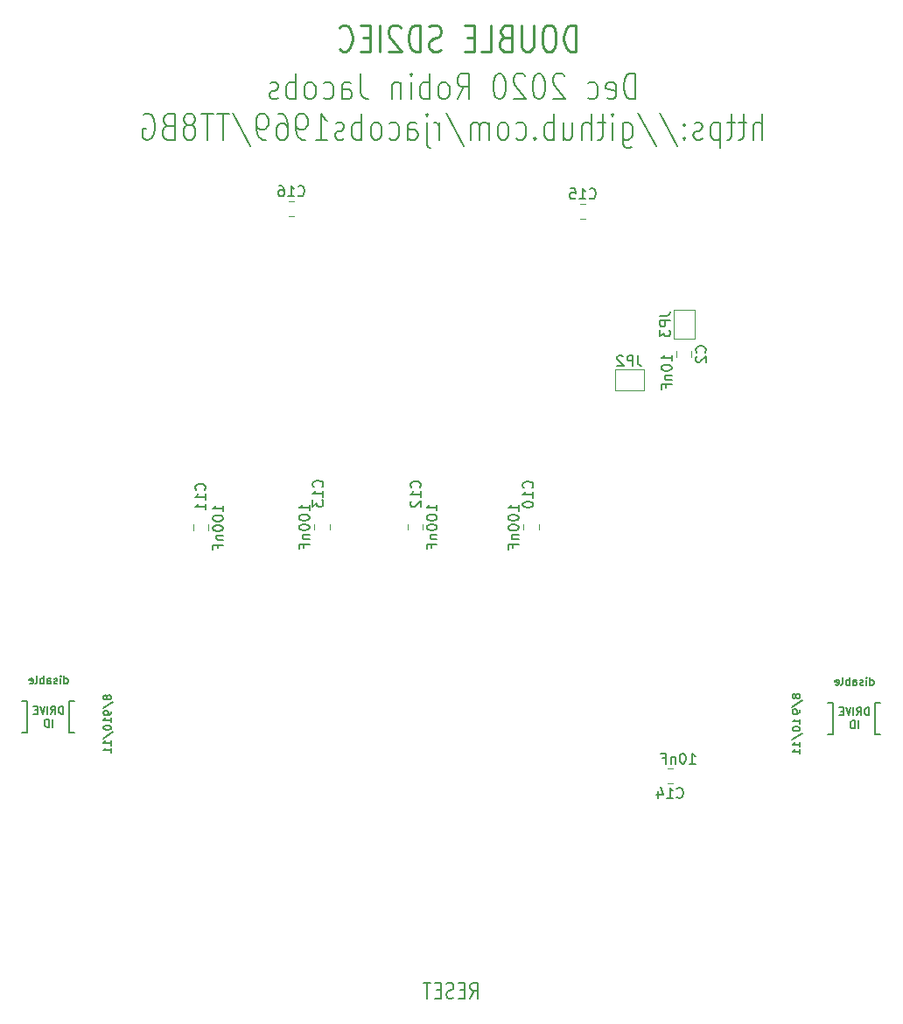
<source format=gbr>
G04 #@! TF.GenerationSoftware,KiCad,Pcbnew,(5.1.7)-1*
G04 #@! TF.CreationDate,2020-12-18T14:13:03+01:00*
G04 #@! TF.ProjectId,CR-VERSION,43522d56-4552-4534-994f-4e2e6b696361,rev?*
G04 #@! TF.SameCoordinates,Original*
G04 #@! TF.FileFunction,Legend,Bot*
G04 #@! TF.FilePolarity,Positive*
%FSLAX46Y46*%
G04 Gerber Fmt 4.6, Leading zero omitted, Abs format (unit mm)*
G04 Created by KiCad (PCBNEW (5.1.7)-1) date 2020-12-18 14:13:03*
%MOMM*%
%LPD*%
G01*
G04 APERTURE LIST*
%ADD10C,0.150000*%
%ADD11C,0.200000*%
%ADD12C,0.250000*%
%ADD13C,0.120000*%
G04 APERTURE END LIST*
D10*
X156737714Y-119787571D02*
X156702000Y-119716142D01*
X156666285Y-119680428D01*
X156594857Y-119644714D01*
X156559142Y-119644714D01*
X156487714Y-119680428D01*
X156452000Y-119716142D01*
X156416285Y-119787571D01*
X156416285Y-119930428D01*
X156452000Y-120001857D01*
X156487714Y-120037571D01*
X156559142Y-120073285D01*
X156594857Y-120073285D01*
X156666285Y-120037571D01*
X156702000Y-120001857D01*
X156737714Y-119930428D01*
X156737714Y-119787571D01*
X156773428Y-119716142D01*
X156809142Y-119680428D01*
X156880571Y-119644714D01*
X157023428Y-119644714D01*
X157094857Y-119680428D01*
X157130571Y-119716142D01*
X157166285Y-119787571D01*
X157166285Y-119930428D01*
X157130571Y-120001857D01*
X157094857Y-120037571D01*
X157023428Y-120073285D01*
X156880571Y-120073285D01*
X156809142Y-120037571D01*
X156773428Y-120001857D01*
X156737714Y-119930428D01*
X156380571Y-120930428D02*
X157344857Y-120287571D01*
X157166285Y-121216142D02*
X157166285Y-121359000D01*
X157130571Y-121430428D01*
X157094857Y-121466142D01*
X156987714Y-121537571D01*
X156844857Y-121573285D01*
X156559142Y-121573285D01*
X156487714Y-121537571D01*
X156452000Y-121501857D01*
X156416285Y-121430428D01*
X156416285Y-121287571D01*
X156452000Y-121216142D01*
X156487714Y-121180428D01*
X156559142Y-121144714D01*
X156737714Y-121144714D01*
X156809142Y-121180428D01*
X156844857Y-121216142D01*
X156880571Y-121287571D01*
X156880571Y-121430428D01*
X156844857Y-121501857D01*
X156809142Y-121537571D01*
X156737714Y-121573285D01*
X157166285Y-122280000D02*
X157166285Y-121851428D01*
X157166285Y-122065714D02*
X156416285Y-122065714D01*
X156523428Y-121994285D01*
X156594857Y-121922857D01*
X156630571Y-121851428D01*
X156416285Y-122744285D02*
X156416285Y-122815714D01*
X156452000Y-122887142D01*
X156487714Y-122922857D01*
X156559142Y-122958571D01*
X156702000Y-122994285D01*
X156880571Y-122994285D01*
X157023428Y-122958571D01*
X157094857Y-122922857D01*
X157130571Y-122887142D01*
X157166285Y-122815714D01*
X157166285Y-122744285D01*
X157130571Y-122672857D01*
X157094857Y-122637142D01*
X157023428Y-122601428D01*
X156880571Y-122565714D01*
X156702000Y-122565714D01*
X156559142Y-122601428D01*
X156487714Y-122637142D01*
X156452000Y-122672857D01*
X156416285Y-122744285D01*
X156380571Y-123851428D02*
X157344857Y-123208571D01*
X157166285Y-124494285D02*
X157166285Y-124065714D01*
X157166285Y-124280000D02*
X156416285Y-124280000D01*
X156523428Y-124208571D01*
X156594857Y-124137142D01*
X156630571Y-124065714D01*
X157166285Y-125208571D02*
X157166285Y-124780000D01*
X157166285Y-124994285D02*
X156416285Y-124994285D01*
X156523428Y-124922857D01*
X156594857Y-124851428D01*
X156630571Y-124780000D01*
X223412714Y-119660571D02*
X223377000Y-119589142D01*
X223341285Y-119553428D01*
X223269857Y-119517714D01*
X223234142Y-119517714D01*
X223162714Y-119553428D01*
X223127000Y-119589142D01*
X223091285Y-119660571D01*
X223091285Y-119803428D01*
X223127000Y-119874857D01*
X223162714Y-119910571D01*
X223234142Y-119946285D01*
X223269857Y-119946285D01*
X223341285Y-119910571D01*
X223377000Y-119874857D01*
X223412714Y-119803428D01*
X223412714Y-119660571D01*
X223448428Y-119589142D01*
X223484142Y-119553428D01*
X223555571Y-119517714D01*
X223698428Y-119517714D01*
X223769857Y-119553428D01*
X223805571Y-119589142D01*
X223841285Y-119660571D01*
X223841285Y-119803428D01*
X223805571Y-119874857D01*
X223769857Y-119910571D01*
X223698428Y-119946285D01*
X223555571Y-119946285D01*
X223484142Y-119910571D01*
X223448428Y-119874857D01*
X223412714Y-119803428D01*
X223055571Y-120803428D02*
X224019857Y-120160571D01*
X223841285Y-121089142D02*
X223841285Y-121232000D01*
X223805571Y-121303428D01*
X223769857Y-121339142D01*
X223662714Y-121410571D01*
X223519857Y-121446285D01*
X223234142Y-121446285D01*
X223162714Y-121410571D01*
X223127000Y-121374857D01*
X223091285Y-121303428D01*
X223091285Y-121160571D01*
X223127000Y-121089142D01*
X223162714Y-121053428D01*
X223234142Y-121017714D01*
X223412714Y-121017714D01*
X223484142Y-121053428D01*
X223519857Y-121089142D01*
X223555571Y-121160571D01*
X223555571Y-121303428D01*
X223519857Y-121374857D01*
X223484142Y-121410571D01*
X223412714Y-121446285D01*
X223841285Y-122407000D02*
X223841285Y-121978428D01*
X223841285Y-122192714D02*
X223091285Y-122192714D01*
X223198428Y-122121285D01*
X223269857Y-122049857D01*
X223305571Y-121978428D01*
X223091285Y-122871285D02*
X223091285Y-122942714D01*
X223127000Y-123014142D01*
X223162714Y-123049857D01*
X223234142Y-123085571D01*
X223377000Y-123121285D01*
X223555571Y-123121285D01*
X223698428Y-123085571D01*
X223769857Y-123049857D01*
X223805571Y-123014142D01*
X223841285Y-122942714D01*
X223841285Y-122871285D01*
X223805571Y-122799857D01*
X223769857Y-122764142D01*
X223698428Y-122728428D01*
X223555571Y-122692714D01*
X223377000Y-122692714D01*
X223234142Y-122728428D01*
X223162714Y-122764142D01*
X223127000Y-122799857D01*
X223091285Y-122871285D01*
X223055571Y-123978428D02*
X224019857Y-123335571D01*
X223841285Y-124621285D02*
X223841285Y-124192714D01*
X223841285Y-124407000D02*
X223091285Y-124407000D01*
X223198428Y-124335571D01*
X223269857Y-124264142D01*
X223305571Y-124192714D01*
X223841285Y-125335571D02*
X223841285Y-124907000D01*
X223841285Y-125121285D02*
X223091285Y-125121285D01*
X223198428Y-125049857D01*
X223269857Y-124978428D01*
X223305571Y-124907000D01*
D11*
X191916476Y-148996190D02*
X192333142Y-148258095D01*
X192630761Y-148996190D02*
X192630761Y-147446190D01*
X192154571Y-147446190D01*
X192035523Y-147520000D01*
X191976000Y-147593809D01*
X191916476Y-147741428D01*
X191916476Y-147962857D01*
X191976000Y-148110476D01*
X192035523Y-148184285D01*
X192154571Y-148258095D01*
X192630761Y-148258095D01*
X191380761Y-148184285D02*
X190964095Y-148184285D01*
X190785523Y-148996190D02*
X191380761Y-148996190D01*
X191380761Y-147446190D01*
X190785523Y-147446190D01*
X190309333Y-148922380D02*
X190130761Y-148996190D01*
X189833142Y-148996190D01*
X189714095Y-148922380D01*
X189654571Y-148848571D01*
X189595047Y-148700952D01*
X189595047Y-148553333D01*
X189654571Y-148405714D01*
X189714095Y-148331904D01*
X189833142Y-148258095D01*
X190071238Y-148184285D01*
X190190285Y-148110476D01*
X190249809Y-148036666D01*
X190309333Y-147889047D01*
X190309333Y-147741428D01*
X190249809Y-147593809D01*
X190190285Y-147520000D01*
X190071238Y-147446190D01*
X189773619Y-147446190D01*
X189595047Y-147520000D01*
X189059333Y-148184285D02*
X188642666Y-148184285D01*
X188464095Y-148996190D02*
X189059333Y-148996190D01*
X189059333Y-147446190D01*
X188464095Y-147446190D01*
X188106952Y-147446190D02*
X187392666Y-147446190D01*
X187749809Y-148996190D02*
X187749809Y-147446190D01*
D10*
X227058000Y-123403000D02*
X226550000Y-123403000D01*
X227058000Y-120355000D02*
X227058000Y-120863000D01*
X231630000Y-120355000D02*
X231122000Y-120355000D01*
X231122000Y-123403000D02*
X231122000Y-120355000D01*
X231630000Y-123403000D02*
X231122000Y-123403000D01*
X227058000Y-120863000D02*
X227058000Y-123403000D01*
X230607857Y-118662285D02*
X230607857Y-117912285D01*
X230607857Y-118626571D02*
X230679285Y-118662285D01*
X230822142Y-118662285D01*
X230893571Y-118626571D01*
X230929285Y-118590857D01*
X230965000Y-118519428D01*
X230965000Y-118305142D01*
X230929285Y-118233714D01*
X230893571Y-118198000D01*
X230822142Y-118162285D01*
X230679285Y-118162285D01*
X230607857Y-118198000D01*
X230250714Y-118662285D02*
X230250714Y-118162285D01*
X230250714Y-117912285D02*
X230286428Y-117948000D01*
X230250714Y-117983714D01*
X230215000Y-117948000D01*
X230250714Y-117912285D01*
X230250714Y-117983714D01*
X229929285Y-118626571D02*
X229857857Y-118662285D01*
X229715000Y-118662285D01*
X229643571Y-118626571D01*
X229607857Y-118555142D01*
X229607857Y-118519428D01*
X229643571Y-118448000D01*
X229715000Y-118412285D01*
X229822142Y-118412285D01*
X229893571Y-118376571D01*
X229929285Y-118305142D01*
X229929285Y-118269428D01*
X229893571Y-118198000D01*
X229822142Y-118162285D01*
X229715000Y-118162285D01*
X229643571Y-118198000D01*
X228965000Y-118662285D02*
X228965000Y-118269428D01*
X229000714Y-118198000D01*
X229072142Y-118162285D01*
X229215000Y-118162285D01*
X229286428Y-118198000D01*
X228965000Y-118626571D02*
X229036428Y-118662285D01*
X229215000Y-118662285D01*
X229286428Y-118626571D01*
X229322142Y-118555142D01*
X229322142Y-118483714D01*
X229286428Y-118412285D01*
X229215000Y-118376571D01*
X229036428Y-118376571D01*
X228965000Y-118340857D01*
X228607857Y-118662285D02*
X228607857Y-117912285D01*
X228607857Y-118198000D02*
X228536428Y-118162285D01*
X228393571Y-118162285D01*
X228322142Y-118198000D01*
X228286428Y-118233714D01*
X228250714Y-118305142D01*
X228250714Y-118519428D01*
X228286428Y-118590857D01*
X228322142Y-118626571D01*
X228393571Y-118662285D01*
X228536428Y-118662285D01*
X228607857Y-118626571D01*
X227822142Y-118662285D02*
X227893571Y-118626571D01*
X227929285Y-118555142D01*
X227929285Y-117912285D01*
X227250714Y-118626571D02*
X227322142Y-118662285D01*
X227465000Y-118662285D01*
X227536428Y-118626571D01*
X227572142Y-118555142D01*
X227572142Y-118269428D01*
X227536428Y-118198000D01*
X227465000Y-118162285D01*
X227322142Y-118162285D01*
X227250714Y-118198000D01*
X227215000Y-118269428D01*
X227215000Y-118340857D01*
X227572142Y-118412285D01*
X230500714Y-121580785D02*
X230500714Y-120830785D01*
X230322142Y-120830785D01*
X230215000Y-120866500D01*
X230143571Y-120937928D01*
X230107857Y-121009357D01*
X230072142Y-121152214D01*
X230072142Y-121259357D01*
X230107857Y-121402214D01*
X230143571Y-121473642D01*
X230215000Y-121545071D01*
X230322142Y-121580785D01*
X230500714Y-121580785D01*
X229322142Y-121580785D02*
X229572142Y-121223642D01*
X229750714Y-121580785D02*
X229750714Y-120830785D01*
X229465000Y-120830785D01*
X229393571Y-120866500D01*
X229357857Y-120902214D01*
X229322142Y-120973642D01*
X229322142Y-121080785D01*
X229357857Y-121152214D01*
X229393571Y-121187928D01*
X229465000Y-121223642D01*
X229750714Y-121223642D01*
X229000714Y-121580785D02*
X229000714Y-120830785D01*
X228750714Y-120830785D02*
X228500714Y-121580785D01*
X228250714Y-120830785D01*
X228000714Y-121187928D02*
X227750714Y-121187928D01*
X227643571Y-121580785D02*
X228000714Y-121580785D01*
X228000714Y-120830785D01*
X227643571Y-120830785D01*
X229465000Y-122855785D02*
X229465000Y-122105785D01*
X229107857Y-122855785D02*
X229107857Y-122105785D01*
X228929285Y-122105785D01*
X228822142Y-122141500D01*
X228750714Y-122212928D01*
X228715000Y-122284357D01*
X228679285Y-122427214D01*
X228679285Y-122534357D01*
X228715000Y-122677214D01*
X228750714Y-122748642D01*
X228822142Y-122820071D01*
X228929285Y-122855785D01*
X229107857Y-122855785D01*
X226550000Y-120355000D02*
X227058000Y-120355000D01*
X149080000Y-120228000D02*
X149080000Y-120736000D01*
X153652000Y-120228000D02*
X153144000Y-120228000D01*
X153144000Y-120228000D02*
X153652000Y-120228000D01*
X153144000Y-123276000D02*
X153144000Y-120228000D01*
X153652000Y-123276000D02*
X153144000Y-123276000D01*
X149080000Y-123276000D02*
X148572000Y-123276000D01*
X149080000Y-120736000D02*
X149080000Y-123276000D01*
X148572000Y-120228000D02*
X149080000Y-120228000D01*
X152522714Y-121453785D02*
X152522714Y-120703785D01*
X152344142Y-120703785D01*
X152237000Y-120739500D01*
X152165571Y-120810928D01*
X152129857Y-120882357D01*
X152094142Y-121025214D01*
X152094142Y-121132357D01*
X152129857Y-121275214D01*
X152165571Y-121346642D01*
X152237000Y-121418071D01*
X152344142Y-121453785D01*
X152522714Y-121453785D01*
X151344142Y-121453785D02*
X151594142Y-121096642D01*
X151772714Y-121453785D02*
X151772714Y-120703785D01*
X151487000Y-120703785D01*
X151415571Y-120739500D01*
X151379857Y-120775214D01*
X151344142Y-120846642D01*
X151344142Y-120953785D01*
X151379857Y-121025214D01*
X151415571Y-121060928D01*
X151487000Y-121096642D01*
X151772714Y-121096642D01*
X151022714Y-121453785D02*
X151022714Y-120703785D01*
X150772714Y-120703785D02*
X150522714Y-121453785D01*
X150272714Y-120703785D01*
X150022714Y-121060928D02*
X149772714Y-121060928D01*
X149665571Y-121453785D02*
X150022714Y-121453785D01*
X150022714Y-120703785D01*
X149665571Y-120703785D01*
X151487000Y-122728785D02*
X151487000Y-121978785D01*
X151129857Y-122728785D02*
X151129857Y-121978785D01*
X150951285Y-121978785D01*
X150844142Y-122014500D01*
X150772714Y-122085928D01*
X150737000Y-122157357D01*
X150701285Y-122300214D01*
X150701285Y-122407357D01*
X150737000Y-122550214D01*
X150772714Y-122621642D01*
X150844142Y-122693071D01*
X150951285Y-122728785D01*
X151129857Y-122728785D01*
X152629857Y-118535285D02*
X152629857Y-117785285D01*
X152629857Y-118499571D02*
X152701285Y-118535285D01*
X152844142Y-118535285D01*
X152915571Y-118499571D01*
X152951285Y-118463857D01*
X152987000Y-118392428D01*
X152987000Y-118178142D01*
X152951285Y-118106714D01*
X152915571Y-118071000D01*
X152844142Y-118035285D01*
X152701285Y-118035285D01*
X152629857Y-118071000D01*
X152272714Y-118535285D02*
X152272714Y-118035285D01*
X152272714Y-117785285D02*
X152308428Y-117821000D01*
X152272714Y-117856714D01*
X152237000Y-117821000D01*
X152272714Y-117785285D01*
X152272714Y-117856714D01*
X151951285Y-118499571D02*
X151879857Y-118535285D01*
X151737000Y-118535285D01*
X151665571Y-118499571D01*
X151629857Y-118428142D01*
X151629857Y-118392428D01*
X151665571Y-118321000D01*
X151737000Y-118285285D01*
X151844142Y-118285285D01*
X151915571Y-118249571D01*
X151951285Y-118178142D01*
X151951285Y-118142428D01*
X151915571Y-118071000D01*
X151844142Y-118035285D01*
X151737000Y-118035285D01*
X151665571Y-118071000D01*
X150987000Y-118535285D02*
X150987000Y-118142428D01*
X151022714Y-118071000D01*
X151094142Y-118035285D01*
X151237000Y-118035285D01*
X151308428Y-118071000D01*
X150987000Y-118499571D02*
X151058428Y-118535285D01*
X151237000Y-118535285D01*
X151308428Y-118499571D01*
X151344142Y-118428142D01*
X151344142Y-118356714D01*
X151308428Y-118285285D01*
X151237000Y-118249571D01*
X151058428Y-118249571D01*
X150987000Y-118213857D01*
X150629857Y-118535285D02*
X150629857Y-117785285D01*
X150629857Y-118071000D02*
X150558428Y-118035285D01*
X150415571Y-118035285D01*
X150344142Y-118071000D01*
X150308428Y-118106714D01*
X150272714Y-118178142D01*
X150272714Y-118392428D01*
X150308428Y-118463857D01*
X150344142Y-118499571D01*
X150415571Y-118535285D01*
X150558428Y-118535285D01*
X150629857Y-118499571D01*
X149844142Y-118535285D02*
X149915571Y-118499571D01*
X149951285Y-118428142D01*
X149951285Y-117785285D01*
X149272714Y-118499571D02*
X149344142Y-118535285D01*
X149487000Y-118535285D01*
X149558428Y-118499571D01*
X149594142Y-118428142D01*
X149594142Y-118142428D01*
X149558428Y-118071000D01*
X149487000Y-118035285D01*
X149344142Y-118035285D01*
X149272714Y-118071000D01*
X149237000Y-118142428D01*
X149237000Y-118213857D01*
X149594142Y-118285285D01*
X207894666Y-62004952D02*
X207894666Y-59504952D01*
X207418476Y-59504952D01*
X207132761Y-59624000D01*
X206942285Y-59862095D01*
X206847047Y-60100190D01*
X206751809Y-60576380D01*
X206751809Y-60933523D01*
X206847047Y-61409714D01*
X206942285Y-61647809D01*
X207132761Y-61885904D01*
X207418476Y-62004952D01*
X207894666Y-62004952D01*
X205132761Y-61885904D02*
X205323238Y-62004952D01*
X205704190Y-62004952D01*
X205894666Y-61885904D01*
X205989904Y-61647809D01*
X205989904Y-60695428D01*
X205894666Y-60457333D01*
X205704190Y-60338285D01*
X205323238Y-60338285D01*
X205132761Y-60457333D01*
X205037523Y-60695428D01*
X205037523Y-60933523D01*
X205989904Y-61171619D01*
X203323238Y-61885904D02*
X203513714Y-62004952D01*
X203894666Y-62004952D01*
X204085142Y-61885904D01*
X204180380Y-61766857D01*
X204275619Y-61528761D01*
X204275619Y-60814476D01*
X204180380Y-60576380D01*
X204085142Y-60457333D01*
X203894666Y-60338285D01*
X203513714Y-60338285D01*
X203323238Y-60457333D01*
X201037523Y-59743047D02*
X200942285Y-59624000D01*
X200751809Y-59504952D01*
X200275619Y-59504952D01*
X200085142Y-59624000D01*
X199989904Y-59743047D01*
X199894666Y-59981142D01*
X199894666Y-60219238D01*
X199989904Y-60576380D01*
X201132761Y-62004952D01*
X199894666Y-62004952D01*
X198656571Y-59504952D02*
X198466095Y-59504952D01*
X198275619Y-59624000D01*
X198180380Y-59743047D01*
X198085142Y-59981142D01*
X197989904Y-60457333D01*
X197989904Y-61052571D01*
X198085142Y-61528761D01*
X198180380Y-61766857D01*
X198275619Y-61885904D01*
X198466095Y-62004952D01*
X198656571Y-62004952D01*
X198847047Y-61885904D01*
X198942285Y-61766857D01*
X199037523Y-61528761D01*
X199132761Y-61052571D01*
X199132761Y-60457333D01*
X199037523Y-59981142D01*
X198942285Y-59743047D01*
X198847047Y-59624000D01*
X198656571Y-59504952D01*
X197228000Y-59743047D02*
X197132761Y-59624000D01*
X196942285Y-59504952D01*
X196466095Y-59504952D01*
X196275619Y-59624000D01*
X196180380Y-59743047D01*
X196085142Y-59981142D01*
X196085142Y-60219238D01*
X196180380Y-60576380D01*
X197323238Y-62004952D01*
X196085142Y-62004952D01*
X194847047Y-59504952D02*
X194656571Y-59504952D01*
X194466095Y-59624000D01*
X194370857Y-59743047D01*
X194275619Y-59981142D01*
X194180380Y-60457333D01*
X194180380Y-61052571D01*
X194275619Y-61528761D01*
X194370857Y-61766857D01*
X194466095Y-61885904D01*
X194656571Y-62004952D01*
X194847047Y-62004952D01*
X195037523Y-61885904D01*
X195132761Y-61766857D01*
X195228000Y-61528761D01*
X195323238Y-61052571D01*
X195323238Y-60457333D01*
X195228000Y-59981142D01*
X195132761Y-59743047D01*
X195037523Y-59624000D01*
X194847047Y-59504952D01*
X190656571Y-62004952D02*
X191323238Y-60814476D01*
X191799428Y-62004952D02*
X191799428Y-59504952D01*
X191037523Y-59504952D01*
X190847047Y-59624000D01*
X190751809Y-59743047D01*
X190656571Y-59981142D01*
X190656571Y-60338285D01*
X190751809Y-60576380D01*
X190847047Y-60695428D01*
X191037523Y-60814476D01*
X191799428Y-60814476D01*
X189513714Y-62004952D02*
X189704190Y-61885904D01*
X189799428Y-61766857D01*
X189894666Y-61528761D01*
X189894666Y-60814476D01*
X189799428Y-60576380D01*
X189704190Y-60457333D01*
X189513714Y-60338285D01*
X189228000Y-60338285D01*
X189037523Y-60457333D01*
X188942285Y-60576380D01*
X188847047Y-60814476D01*
X188847047Y-61528761D01*
X188942285Y-61766857D01*
X189037523Y-61885904D01*
X189228000Y-62004952D01*
X189513714Y-62004952D01*
X187989904Y-62004952D02*
X187989904Y-59504952D01*
X187989904Y-60457333D02*
X187799428Y-60338285D01*
X187418476Y-60338285D01*
X187228000Y-60457333D01*
X187132761Y-60576380D01*
X187037523Y-60814476D01*
X187037523Y-61528761D01*
X187132761Y-61766857D01*
X187228000Y-61885904D01*
X187418476Y-62004952D01*
X187799428Y-62004952D01*
X187989904Y-61885904D01*
X186180380Y-62004952D02*
X186180380Y-60338285D01*
X186180380Y-59504952D02*
X186275619Y-59624000D01*
X186180380Y-59743047D01*
X186085142Y-59624000D01*
X186180380Y-59504952D01*
X186180380Y-59743047D01*
X185228000Y-60338285D02*
X185228000Y-62004952D01*
X185228000Y-60576380D02*
X185132761Y-60457333D01*
X184942285Y-60338285D01*
X184656571Y-60338285D01*
X184466095Y-60457333D01*
X184370857Y-60695428D01*
X184370857Y-62004952D01*
X181323238Y-59504952D02*
X181323238Y-61290666D01*
X181418476Y-61647809D01*
X181608952Y-61885904D01*
X181894666Y-62004952D01*
X182085142Y-62004952D01*
X179513714Y-62004952D02*
X179513714Y-60695428D01*
X179608952Y-60457333D01*
X179799428Y-60338285D01*
X180180380Y-60338285D01*
X180370857Y-60457333D01*
X179513714Y-61885904D02*
X179704190Y-62004952D01*
X180180380Y-62004952D01*
X180370857Y-61885904D01*
X180466095Y-61647809D01*
X180466095Y-61409714D01*
X180370857Y-61171619D01*
X180180380Y-61052571D01*
X179704190Y-61052571D01*
X179513714Y-60933523D01*
X177704190Y-61885904D02*
X177894666Y-62004952D01*
X178275619Y-62004952D01*
X178466095Y-61885904D01*
X178561333Y-61766857D01*
X178656571Y-61528761D01*
X178656571Y-60814476D01*
X178561333Y-60576380D01*
X178466095Y-60457333D01*
X178275619Y-60338285D01*
X177894666Y-60338285D01*
X177704190Y-60457333D01*
X176561333Y-62004952D02*
X176751809Y-61885904D01*
X176847047Y-61766857D01*
X176942285Y-61528761D01*
X176942285Y-60814476D01*
X176847047Y-60576380D01*
X176751809Y-60457333D01*
X176561333Y-60338285D01*
X176275619Y-60338285D01*
X176085142Y-60457333D01*
X175989904Y-60576380D01*
X175894666Y-60814476D01*
X175894666Y-61528761D01*
X175989904Y-61766857D01*
X176085142Y-61885904D01*
X176275619Y-62004952D01*
X176561333Y-62004952D01*
X175037523Y-62004952D02*
X175037523Y-59504952D01*
X175037523Y-60457333D02*
X174847047Y-60338285D01*
X174466095Y-60338285D01*
X174275619Y-60457333D01*
X174180380Y-60576380D01*
X174085142Y-60814476D01*
X174085142Y-61528761D01*
X174180380Y-61766857D01*
X174275619Y-61885904D01*
X174466095Y-62004952D01*
X174847047Y-62004952D01*
X175037523Y-61885904D01*
X173323238Y-61885904D02*
X173132761Y-62004952D01*
X172751809Y-62004952D01*
X172561333Y-61885904D01*
X172466095Y-61647809D01*
X172466095Y-61528761D01*
X172561333Y-61290666D01*
X172751809Y-61171619D01*
X173037523Y-61171619D01*
X173228000Y-61052571D01*
X173323238Y-60814476D01*
X173323238Y-60695428D01*
X173228000Y-60457333D01*
X173037523Y-60338285D01*
X172751809Y-60338285D01*
X172561333Y-60457333D01*
X220180380Y-65904952D02*
X220180380Y-63404952D01*
X219323238Y-65904952D02*
X219323238Y-64595428D01*
X219418476Y-64357333D01*
X219608952Y-64238285D01*
X219894666Y-64238285D01*
X220085142Y-64357333D01*
X220180380Y-64476380D01*
X218656571Y-64238285D02*
X217894666Y-64238285D01*
X218370857Y-63404952D02*
X218370857Y-65547809D01*
X218275619Y-65785904D01*
X218085142Y-65904952D01*
X217894666Y-65904952D01*
X217513714Y-64238285D02*
X216751809Y-64238285D01*
X217228000Y-63404952D02*
X217228000Y-65547809D01*
X217132761Y-65785904D01*
X216942285Y-65904952D01*
X216751809Y-65904952D01*
X216085142Y-64238285D02*
X216085142Y-66738285D01*
X216085142Y-64357333D02*
X215894666Y-64238285D01*
X215513714Y-64238285D01*
X215323238Y-64357333D01*
X215228000Y-64476380D01*
X215132761Y-64714476D01*
X215132761Y-65428761D01*
X215228000Y-65666857D01*
X215323238Y-65785904D01*
X215513714Y-65904952D01*
X215894666Y-65904952D01*
X216085142Y-65785904D01*
X214370857Y-65785904D02*
X214180380Y-65904952D01*
X213799428Y-65904952D01*
X213608952Y-65785904D01*
X213513714Y-65547809D01*
X213513714Y-65428761D01*
X213608952Y-65190666D01*
X213799428Y-65071619D01*
X214085142Y-65071619D01*
X214275619Y-64952571D01*
X214370857Y-64714476D01*
X214370857Y-64595428D01*
X214275619Y-64357333D01*
X214085142Y-64238285D01*
X213799428Y-64238285D01*
X213608952Y-64357333D01*
X212656571Y-65666857D02*
X212561333Y-65785904D01*
X212656571Y-65904952D01*
X212751809Y-65785904D01*
X212656571Y-65666857D01*
X212656571Y-65904952D01*
X212656571Y-64357333D02*
X212561333Y-64476380D01*
X212656571Y-64595428D01*
X212751809Y-64476380D01*
X212656571Y-64357333D01*
X212656571Y-64595428D01*
X210275619Y-63285904D02*
X211989904Y-66500190D01*
X208180380Y-63285904D02*
X209894666Y-66500190D01*
X206656571Y-64238285D02*
X206656571Y-66262095D01*
X206751809Y-66500190D01*
X206847047Y-66619238D01*
X207037523Y-66738285D01*
X207323238Y-66738285D01*
X207513714Y-66619238D01*
X206656571Y-65785904D02*
X206847047Y-65904952D01*
X207228000Y-65904952D01*
X207418476Y-65785904D01*
X207513714Y-65666857D01*
X207608952Y-65428761D01*
X207608952Y-64714476D01*
X207513714Y-64476380D01*
X207418476Y-64357333D01*
X207228000Y-64238285D01*
X206847047Y-64238285D01*
X206656571Y-64357333D01*
X205704190Y-65904952D02*
X205704190Y-64238285D01*
X205704190Y-63404952D02*
X205799428Y-63524000D01*
X205704190Y-63643047D01*
X205608952Y-63524000D01*
X205704190Y-63404952D01*
X205704190Y-63643047D01*
X205037523Y-64238285D02*
X204275619Y-64238285D01*
X204751809Y-63404952D02*
X204751809Y-65547809D01*
X204656571Y-65785904D01*
X204466095Y-65904952D01*
X204275619Y-65904952D01*
X203608952Y-65904952D02*
X203608952Y-63404952D01*
X202751809Y-65904952D02*
X202751809Y-64595428D01*
X202847047Y-64357333D01*
X203037523Y-64238285D01*
X203323238Y-64238285D01*
X203513714Y-64357333D01*
X203608952Y-64476380D01*
X200942285Y-64238285D02*
X200942285Y-65904952D01*
X201799428Y-64238285D02*
X201799428Y-65547809D01*
X201704190Y-65785904D01*
X201513714Y-65904952D01*
X201228000Y-65904952D01*
X201037523Y-65785904D01*
X200942285Y-65666857D01*
X199989904Y-65904952D02*
X199989904Y-63404952D01*
X199989904Y-64357333D02*
X199799428Y-64238285D01*
X199418476Y-64238285D01*
X199228000Y-64357333D01*
X199132761Y-64476380D01*
X199037523Y-64714476D01*
X199037523Y-65428761D01*
X199132761Y-65666857D01*
X199228000Y-65785904D01*
X199418476Y-65904952D01*
X199799428Y-65904952D01*
X199989904Y-65785904D01*
X198180380Y-65666857D02*
X198085142Y-65785904D01*
X198180380Y-65904952D01*
X198275619Y-65785904D01*
X198180380Y-65666857D01*
X198180380Y-65904952D01*
X196370857Y-65785904D02*
X196561333Y-65904952D01*
X196942285Y-65904952D01*
X197132761Y-65785904D01*
X197228000Y-65666857D01*
X197323238Y-65428761D01*
X197323238Y-64714476D01*
X197228000Y-64476380D01*
X197132761Y-64357333D01*
X196942285Y-64238285D01*
X196561333Y-64238285D01*
X196370857Y-64357333D01*
X195228000Y-65904952D02*
X195418476Y-65785904D01*
X195513714Y-65666857D01*
X195608952Y-65428761D01*
X195608952Y-64714476D01*
X195513714Y-64476380D01*
X195418476Y-64357333D01*
X195228000Y-64238285D01*
X194942285Y-64238285D01*
X194751809Y-64357333D01*
X194656571Y-64476380D01*
X194561333Y-64714476D01*
X194561333Y-65428761D01*
X194656571Y-65666857D01*
X194751809Y-65785904D01*
X194942285Y-65904952D01*
X195228000Y-65904952D01*
X193704190Y-65904952D02*
X193704190Y-64238285D01*
X193704190Y-64476380D02*
X193608952Y-64357333D01*
X193418476Y-64238285D01*
X193132761Y-64238285D01*
X192942285Y-64357333D01*
X192847047Y-64595428D01*
X192847047Y-65904952D01*
X192847047Y-64595428D02*
X192751809Y-64357333D01*
X192561333Y-64238285D01*
X192275619Y-64238285D01*
X192085142Y-64357333D01*
X191989904Y-64595428D01*
X191989904Y-65904952D01*
X189608952Y-63285904D02*
X191323238Y-66500190D01*
X188942285Y-65904952D02*
X188942285Y-64238285D01*
X188942285Y-64714476D02*
X188847047Y-64476380D01*
X188751809Y-64357333D01*
X188561333Y-64238285D01*
X188370857Y-64238285D01*
X187704190Y-64238285D02*
X187704190Y-66381142D01*
X187799428Y-66619238D01*
X187989904Y-66738285D01*
X188085142Y-66738285D01*
X187704190Y-63404952D02*
X187799428Y-63524000D01*
X187704190Y-63643047D01*
X187608952Y-63524000D01*
X187704190Y-63404952D01*
X187704190Y-63643047D01*
X185894666Y-65904952D02*
X185894666Y-64595428D01*
X185989904Y-64357333D01*
X186180380Y-64238285D01*
X186561333Y-64238285D01*
X186751809Y-64357333D01*
X185894666Y-65785904D02*
X186085142Y-65904952D01*
X186561333Y-65904952D01*
X186751809Y-65785904D01*
X186847047Y-65547809D01*
X186847047Y-65309714D01*
X186751809Y-65071619D01*
X186561333Y-64952571D01*
X186085142Y-64952571D01*
X185894666Y-64833523D01*
X184085142Y-65785904D02*
X184275619Y-65904952D01*
X184656571Y-65904952D01*
X184847047Y-65785904D01*
X184942285Y-65666857D01*
X185037523Y-65428761D01*
X185037523Y-64714476D01*
X184942285Y-64476380D01*
X184847047Y-64357333D01*
X184656571Y-64238285D01*
X184275619Y-64238285D01*
X184085142Y-64357333D01*
X182942285Y-65904952D02*
X183132761Y-65785904D01*
X183228000Y-65666857D01*
X183323238Y-65428761D01*
X183323238Y-64714476D01*
X183228000Y-64476380D01*
X183132761Y-64357333D01*
X182942285Y-64238285D01*
X182656571Y-64238285D01*
X182466095Y-64357333D01*
X182370857Y-64476380D01*
X182275619Y-64714476D01*
X182275619Y-65428761D01*
X182370857Y-65666857D01*
X182466095Y-65785904D01*
X182656571Y-65904952D01*
X182942285Y-65904952D01*
X181418476Y-65904952D02*
X181418476Y-63404952D01*
X181418476Y-64357333D02*
X181228000Y-64238285D01*
X180847047Y-64238285D01*
X180656571Y-64357333D01*
X180561333Y-64476380D01*
X180466095Y-64714476D01*
X180466095Y-65428761D01*
X180561333Y-65666857D01*
X180656571Y-65785904D01*
X180847047Y-65904952D01*
X181228000Y-65904952D01*
X181418476Y-65785904D01*
X179704190Y-65785904D02*
X179513714Y-65904952D01*
X179132761Y-65904952D01*
X178942285Y-65785904D01*
X178847047Y-65547809D01*
X178847047Y-65428761D01*
X178942285Y-65190666D01*
X179132761Y-65071619D01*
X179418476Y-65071619D01*
X179608952Y-64952571D01*
X179704190Y-64714476D01*
X179704190Y-64595428D01*
X179608952Y-64357333D01*
X179418476Y-64238285D01*
X179132761Y-64238285D01*
X178942285Y-64357333D01*
X176942285Y-65904952D02*
X178085142Y-65904952D01*
X177513714Y-65904952D02*
X177513714Y-63404952D01*
X177704190Y-63762095D01*
X177894666Y-64000190D01*
X178085142Y-64119238D01*
X175989904Y-65904952D02*
X175608952Y-65904952D01*
X175418476Y-65785904D01*
X175323238Y-65666857D01*
X175132761Y-65309714D01*
X175037523Y-64833523D01*
X175037523Y-63881142D01*
X175132761Y-63643047D01*
X175228000Y-63524000D01*
X175418476Y-63404952D01*
X175799428Y-63404952D01*
X175989904Y-63524000D01*
X176085142Y-63643047D01*
X176180380Y-63881142D01*
X176180380Y-64476380D01*
X176085142Y-64714476D01*
X175989904Y-64833523D01*
X175799428Y-64952571D01*
X175418476Y-64952571D01*
X175228000Y-64833523D01*
X175132761Y-64714476D01*
X175037523Y-64476380D01*
X173323238Y-63404952D02*
X173704190Y-63404952D01*
X173894666Y-63524000D01*
X173989904Y-63643047D01*
X174180380Y-64000190D01*
X174275619Y-64476380D01*
X174275619Y-65428761D01*
X174180380Y-65666857D01*
X174085142Y-65785904D01*
X173894666Y-65904952D01*
X173513714Y-65904952D01*
X173323238Y-65785904D01*
X173228000Y-65666857D01*
X173132761Y-65428761D01*
X173132761Y-64833523D01*
X173228000Y-64595428D01*
X173323238Y-64476380D01*
X173513714Y-64357333D01*
X173894666Y-64357333D01*
X174085142Y-64476380D01*
X174180380Y-64595428D01*
X174275619Y-64833523D01*
X172180380Y-65904952D02*
X171799428Y-65904952D01*
X171608952Y-65785904D01*
X171513714Y-65666857D01*
X171323238Y-65309714D01*
X171228000Y-64833523D01*
X171228000Y-63881142D01*
X171323238Y-63643047D01*
X171418476Y-63524000D01*
X171608952Y-63404952D01*
X171989904Y-63404952D01*
X172180380Y-63524000D01*
X172275619Y-63643047D01*
X172370857Y-63881142D01*
X172370857Y-64476380D01*
X172275619Y-64714476D01*
X172180380Y-64833523D01*
X171989904Y-64952571D01*
X171608952Y-64952571D01*
X171418476Y-64833523D01*
X171323238Y-64714476D01*
X171228000Y-64476380D01*
X168942285Y-63285904D02*
X170656571Y-66500190D01*
X168561333Y-63404952D02*
X167418476Y-63404952D01*
X167989904Y-65904952D02*
X167989904Y-63404952D01*
X167037523Y-63404952D02*
X165894666Y-63404952D01*
X166466095Y-65904952D02*
X166466095Y-63404952D01*
X164942285Y-64476380D02*
X165132761Y-64357333D01*
X165228000Y-64238285D01*
X165323238Y-64000190D01*
X165323238Y-63881142D01*
X165228000Y-63643047D01*
X165132761Y-63524000D01*
X164942285Y-63404952D01*
X164561333Y-63404952D01*
X164370857Y-63524000D01*
X164275619Y-63643047D01*
X164180380Y-63881142D01*
X164180380Y-64000190D01*
X164275619Y-64238285D01*
X164370857Y-64357333D01*
X164561333Y-64476380D01*
X164942285Y-64476380D01*
X165132761Y-64595428D01*
X165228000Y-64714476D01*
X165323238Y-64952571D01*
X165323238Y-65428761D01*
X165228000Y-65666857D01*
X165132761Y-65785904D01*
X164942285Y-65904952D01*
X164561333Y-65904952D01*
X164370857Y-65785904D01*
X164275619Y-65666857D01*
X164180380Y-65428761D01*
X164180380Y-64952571D01*
X164275619Y-64714476D01*
X164370857Y-64595428D01*
X164561333Y-64476380D01*
X162656571Y-64595428D02*
X162370857Y-64714476D01*
X162275619Y-64833523D01*
X162180380Y-65071619D01*
X162180380Y-65428761D01*
X162275619Y-65666857D01*
X162370857Y-65785904D01*
X162561333Y-65904952D01*
X163323238Y-65904952D01*
X163323238Y-63404952D01*
X162656571Y-63404952D01*
X162466095Y-63524000D01*
X162370857Y-63643047D01*
X162275619Y-63881142D01*
X162275619Y-64119238D01*
X162370857Y-64357333D01*
X162466095Y-64476380D01*
X162656571Y-64595428D01*
X163323238Y-64595428D01*
X160275619Y-63524000D02*
X160466095Y-63404952D01*
X160751809Y-63404952D01*
X161037523Y-63524000D01*
X161228000Y-63762095D01*
X161323238Y-64000190D01*
X161418476Y-64476380D01*
X161418476Y-64833523D01*
X161323238Y-65309714D01*
X161228000Y-65547809D01*
X161037523Y-65785904D01*
X160751809Y-65904952D01*
X160561333Y-65904952D01*
X160275619Y-65785904D01*
X160180380Y-65666857D01*
X160180380Y-64833523D01*
X160561333Y-64833523D01*
D12*
X202116952Y-57350952D02*
X202116952Y-54850952D01*
X201640761Y-54850952D01*
X201355047Y-54970000D01*
X201164571Y-55208095D01*
X201069333Y-55446190D01*
X200974095Y-55922380D01*
X200974095Y-56279523D01*
X201069333Y-56755714D01*
X201164571Y-56993809D01*
X201355047Y-57231904D01*
X201640761Y-57350952D01*
X202116952Y-57350952D01*
X199736000Y-54850952D02*
X199355047Y-54850952D01*
X199164571Y-54970000D01*
X198974095Y-55208095D01*
X198878857Y-55684285D01*
X198878857Y-56517619D01*
X198974095Y-56993809D01*
X199164571Y-57231904D01*
X199355047Y-57350952D01*
X199736000Y-57350952D01*
X199926476Y-57231904D01*
X200116952Y-56993809D01*
X200212190Y-56517619D01*
X200212190Y-55684285D01*
X200116952Y-55208095D01*
X199926476Y-54970000D01*
X199736000Y-54850952D01*
X198021714Y-54850952D02*
X198021714Y-56874761D01*
X197926476Y-57112857D01*
X197831238Y-57231904D01*
X197640761Y-57350952D01*
X197259809Y-57350952D01*
X197069333Y-57231904D01*
X196974095Y-57112857D01*
X196878857Y-56874761D01*
X196878857Y-54850952D01*
X195259809Y-56041428D02*
X194974095Y-56160476D01*
X194878857Y-56279523D01*
X194783619Y-56517619D01*
X194783619Y-56874761D01*
X194878857Y-57112857D01*
X194974095Y-57231904D01*
X195164571Y-57350952D01*
X195926476Y-57350952D01*
X195926476Y-54850952D01*
X195259809Y-54850952D01*
X195069333Y-54970000D01*
X194974095Y-55089047D01*
X194878857Y-55327142D01*
X194878857Y-55565238D01*
X194974095Y-55803333D01*
X195069333Y-55922380D01*
X195259809Y-56041428D01*
X195926476Y-56041428D01*
X192974095Y-57350952D02*
X193926476Y-57350952D01*
X193926476Y-54850952D01*
X192307428Y-56041428D02*
X191640761Y-56041428D01*
X191355047Y-57350952D02*
X192307428Y-57350952D01*
X192307428Y-54850952D01*
X191355047Y-54850952D01*
X189069333Y-57231904D02*
X188783619Y-57350952D01*
X188307428Y-57350952D01*
X188116952Y-57231904D01*
X188021714Y-57112857D01*
X187926476Y-56874761D01*
X187926476Y-56636666D01*
X188021714Y-56398571D01*
X188116952Y-56279523D01*
X188307428Y-56160476D01*
X188688380Y-56041428D01*
X188878857Y-55922380D01*
X188974095Y-55803333D01*
X189069333Y-55565238D01*
X189069333Y-55327142D01*
X188974095Y-55089047D01*
X188878857Y-54970000D01*
X188688380Y-54850952D01*
X188212190Y-54850952D01*
X187926476Y-54970000D01*
X187069333Y-57350952D02*
X187069333Y-54850952D01*
X186593142Y-54850952D01*
X186307428Y-54970000D01*
X186116952Y-55208095D01*
X186021714Y-55446190D01*
X185926476Y-55922380D01*
X185926476Y-56279523D01*
X186021714Y-56755714D01*
X186116952Y-56993809D01*
X186307428Y-57231904D01*
X186593142Y-57350952D01*
X187069333Y-57350952D01*
X185164571Y-55089047D02*
X185069333Y-54970000D01*
X184878857Y-54850952D01*
X184402666Y-54850952D01*
X184212190Y-54970000D01*
X184116952Y-55089047D01*
X184021714Y-55327142D01*
X184021714Y-55565238D01*
X184116952Y-55922380D01*
X185259809Y-57350952D01*
X184021714Y-57350952D01*
X183164571Y-57350952D02*
X183164571Y-54850952D01*
X182212190Y-56041428D02*
X181545523Y-56041428D01*
X181259809Y-57350952D02*
X182212190Y-57350952D01*
X182212190Y-54850952D01*
X181259809Y-54850952D01*
X179259809Y-57112857D02*
X179355047Y-57231904D01*
X179640761Y-57350952D01*
X179831238Y-57350952D01*
X180116952Y-57231904D01*
X180307428Y-56993809D01*
X180402666Y-56755714D01*
X180497904Y-56279523D01*
X180497904Y-55922380D01*
X180402666Y-55446190D01*
X180307428Y-55208095D01*
X180116952Y-54970000D01*
X179831238Y-54850952D01*
X179640761Y-54850952D01*
X179355047Y-54970000D01*
X179259809Y-55089047D01*
D13*
X174868252Y-71868000D02*
X174345748Y-71868000D01*
X174868252Y-73338000D02*
X174345748Y-73338000D01*
X203062252Y-72122000D02*
X202539748Y-72122000D01*
X203062252Y-73592000D02*
X202539748Y-73592000D01*
X210997948Y-128202000D02*
X211520452Y-128202000D01*
X210997948Y-126732000D02*
X211520452Y-126732000D01*
X213605400Y-82379000D02*
X211605400Y-82379000D01*
X213605400Y-85179000D02*
X213605400Y-82379000D01*
X211605400Y-85179000D02*
X213605400Y-85179000D01*
X211605400Y-82379000D02*
X211605400Y-85179000D01*
X208696800Y-90138400D02*
X208696800Y-88138400D01*
X205896800Y-90138400D02*
X208696800Y-90138400D01*
X205896800Y-88138400D02*
X205896800Y-90138400D01*
X208696800Y-88138400D02*
X205896800Y-88138400D01*
X178313800Y-103598252D02*
X178313800Y-103075748D01*
X176843800Y-103598252D02*
X176843800Y-103075748D01*
X185835400Y-103075748D02*
X185835400Y-103598252D01*
X187305400Y-103075748D02*
X187305400Y-103598252D01*
X165134400Y-103151948D02*
X165134400Y-103674452D01*
X166604400Y-103151948D02*
X166604400Y-103674452D01*
X198557600Y-103623652D02*
X198557600Y-103101148D01*
X197087600Y-103623652D02*
X197087600Y-103101148D01*
X213340400Y-86910452D02*
X213340400Y-86387948D01*
X211870400Y-86910452D02*
X211870400Y-86387948D01*
D10*
X175249857Y-71280142D02*
X175297476Y-71327761D01*
X175440333Y-71375380D01*
X175535571Y-71375380D01*
X175678428Y-71327761D01*
X175773666Y-71232523D01*
X175821285Y-71137285D01*
X175868904Y-70946809D01*
X175868904Y-70803952D01*
X175821285Y-70613476D01*
X175773666Y-70518238D01*
X175678428Y-70423000D01*
X175535571Y-70375380D01*
X175440333Y-70375380D01*
X175297476Y-70423000D01*
X175249857Y-70470619D01*
X174297476Y-71375380D02*
X174868904Y-71375380D01*
X174583190Y-71375380D02*
X174583190Y-70375380D01*
X174678428Y-70518238D01*
X174773666Y-70613476D01*
X174868904Y-70661095D01*
X173440333Y-70375380D02*
X173630809Y-70375380D01*
X173726047Y-70423000D01*
X173773666Y-70470619D01*
X173868904Y-70613476D01*
X173916523Y-70803952D01*
X173916523Y-71184904D01*
X173868904Y-71280142D01*
X173821285Y-71327761D01*
X173726047Y-71375380D01*
X173535571Y-71375380D01*
X173440333Y-71327761D01*
X173392714Y-71280142D01*
X173345095Y-71184904D01*
X173345095Y-70946809D01*
X173392714Y-70851571D01*
X173440333Y-70803952D01*
X173535571Y-70756333D01*
X173726047Y-70756333D01*
X173821285Y-70803952D01*
X173868904Y-70851571D01*
X173916523Y-70946809D01*
X203443857Y-71534142D02*
X203491476Y-71581761D01*
X203634333Y-71629380D01*
X203729571Y-71629380D01*
X203872428Y-71581761D01*
X203967666Y-71486523D01*
X204015285Y-71391285D01*
X204062904Y-71200809D01*
X204062904Y-71057952D01*
X204015285Y-70867476D01*
X203967666Y-70772238D01*
X203872428Y-70677000D01*
X203729571Y-70629380D01*
X203634333Y-70629380D01*
X203491476Y-70677000D01*
X203443857Y-70724619D01*
X202491476Y-71629380D02*
X203062904Y-71629380D01*
X202777190Y-71629380D02*
X202777190Y-70629380D01*
X202872428Y-70772238D01*
X202967666Y-70867476D01*
X203062904Y-70915095D01*
X201586714Y-70629380D02*
X202062904Y-70629380D01*
X202110523Y-71105571D01*
X202062904Y-71057952D01*
X201967666Y-71010333D01*
X201729571Y-71010333D01*
X201634333Y-71057952D01*
X201586714Y-71105571D01*
X201539095Y-71200809D01*
X201539095Y-71438904D01*
X201586714Y-71534142D01*
X201634333Y-71581761D01*
X201729571Y-71629380D01*
X201967666Y-71629380D01*
X202062904Y-71581761D01*
X202110523Y-71534142D01*
X211902057Y-129504142D02*
X211949676Y-129551761D01*
X212092533Y-129599380D01*
X212187771Y-129599380D01*
X212330628Y-129551761D01*
X212425866Y-129456523D01*
X212473485Y-129361285D01*
X212521104Y-129170809D01*
X212521104Y-129027952D01*
X212473485Y-128837476D01*
X212425866Y-128742238D01*
X212330628Y-128647000D01*
X212187771Y-128599380D01*
X212092533Y-128599380D01*
X211949676Y-128647000D01*
X211902057Y-128694619D01*
X210949676Y-129599380D02*
X211521104Y-129599380D01*
X211235390Y-129599380D02*
X211235390Y-128599380D01*
X211330628Y-128742238D01*
X211425866Y-128837476D01*
X211521104Y-128885095D01*
X210092533Y-128932714D02*
X210092533Y-129599380D01*
X210330628Y-128551761D02*
X210568723Y-129266047D01*
X209949676Y-129266047D01*
X213143428Y-126268380D02*
X213714857Y-126268380D01*
X213429142Y-126268380D02*
X213429142Y-125268380D01*
X213524380Y-125411238D01*
X213619619Y-125506476D01*
X213714857Y-125554095D01*
X212524380Y-125268380D02*
X212429142Y-125268380D01*
X212333904Y-125316000D01*
X212286285Y-125363619D01*
X212238666Y-125458857D01*
X212191047Y-125649333D01*
X212191047Y-125887428D01*
X212238666Y-126077904D01*
X212286285Y-126173142D01*
X212333904Y-126220761D01*
X212429142Y-126268380D01*
X212524380Y-126268380D01*
X212619619Y-126220761D01*
X212667238Y-126173142D01*
X212714857Y-126077904D01*
X212762476Y-125887428D01*
X212762476Y-125649333D01*
X212714857Y-125458857D01*
X212667238Y-125363619D01*
X212619619Y-125316000D01*
X212524380Y-125268380D01*
X211762476Y-125601714D02*
X211762476Y-126268380D01*
X211762476Y-125696952D02*
X211714857Y-125649333D01*
X211619619Y-125601714D01*
X211476761Y-125601714D01*
X211381523Y-125649333D01*
X211333904Y-125744571D01*
X211333904Y-126268380D01*
X210524380Y-125744571D02*
X210857714Y-125744571D01*
X210857714Y-126268380D02*
X210857714Y-125268380D01*
X210381523Y-125268380D01*
X210257780Y-82945666D02*
X210972066Y-82945666D01*
X211114923Y-82898047D01*
X211210161Y-82802809D01*
X211257780Y-82659952D01*
X211257780Y-82564714D01*
X211257780Y-83421857D02*
X210257780Y-83421857D01*
X210257780Y-83802809D01*
X210305400Y-83898047D01*
X210353019Y-83945666D01*
X210448257Y-83993285D01*
X210591114Y-83993285D01*
X210686352Y-83945666D01*
X210733971Y-83898047D01*
X210781590Y-83802809D01*
X210781590Y-83421857D01*
X210257780Y-84326619D02*
X210257780Y-84945666D01*
X210638733Y-84612333D01*
X210638733Y-84755190D01*
X210686352Y-84850428D01*
X210733971Y-84898047D01*
X210829209Y-84945666D01*
X211067304Y-84945666D01*
X211162542Y-84898047D01*
X211210161Y-84850428D01*
X211257780Y-84755190D01*
X211257780Y-84469476D01*
X211210161Y-84374238D01*
X211162542Y-84326619D01*
X208130133Y-86790780D02*
X208130133Y-87505066D01*
X208177752Y-87647923D01*
X208272990Y-87743161D01*
X208415847Y-87790780D01*
X208511085Y-87790780D01*
X207653942Y-87790780D02*
X207653942Y-86790780D01*
X207272990Y-86790780D01*
X207177752Y-86838400D01*
X207130133Y-86886019D01*
X207082514Y-86981257D01*
X207082514Y-87124114D01*
X207130133Y-87219352D01*
X207177752Y-87266971D01*
X207272990Y-87314590D01*
X207653942Y-87314590D01*
X206701561Y-86886019D02*
X206653942Y-86838400D01*
X206558704Y-86790780D01*
X206320609Y-86790780D01*
X206225371Y-86838400D01*
X206177752Y-86886019D01*
X206130133Y-86981257D01*
X206130133Y-87076495D01*
X206177752Y-87219352D01*
X206749180Y-87790780D01*
X206130133Y-87790780D01*
X177580342Y-99493742D02*
X177627961Y-99446123D01*
X177675580Y-99303266D01*
X177675580Y-99208028D01*
X177627961Y-99065171D01*
X177532723Y-98969933D01*
X177437485Y-98922314D01*
X177247009Y-98874695D01*
X177104152Y-98874695D01*
X176913676Y-98922314D01*
X176818438Y-98969933D01*
X176723200Y-99065171D01*
X176675580Y-99208028D01*
X176675580Y-99303266D01*
X176723200Y-99446123D01*
X176770819Y-99493742D01*
X177675580Y-100446123D02*
X177675580Y-99874695D01*
X177675580Y-100160409D02*
X176675580Y-100160409D01*
X176818438Y-100065171D01*
X176913676Y-99969933D01*
X176961295Y-99874695D01*
X176675580Y-100779457D02*
X176675580Y-101398504D01*
X177056533Y-101065171D01*
X177056533Y-101208028D01*
X177104152Y-101303266D01*
X177151771Y-101350885D01*
X177247009Y-101398504D01*
X177485104Y-101398504D01*
X177580342Y-101350885D01*
X177627961Y-101303266D01*
X177675580Y-101208028D01*
X177675580Y-100922314D01*
X177627961Y-100827076D01*
X177580342Y-100779457D01*
X176351180Y-101789380D02*
X176351180Y-101217952D01*
X176351180Y-101503666D02*
X175351180Y-101503666D01*
X175494038Y-101408428D01*
X175589276Y-101313190D01*
X175636895Y-101217952D01*
X175351180Y-102408428D02*
X175351180Y-102503666D01*
X175398800Y-102598904D01*
X175446419Y-102646523D01*
X175541657Y-102694142D01*
X175732133Y-102741761D01*
X175970228Y-102741761D01*
X176160704Y-102694142D01*
X176255942Y-102646523D01*
X176303561Y-102598904D01*
X176351180Y-102503666D01*
X176351180Y-102408428D01*
X176303561Y-102313190D01*
X176255942Y-102265571D01*
X176160704Y-102217952D01*
X175970228Y-102170333D01*
X175732133Y-102170333D01*
X175541657Y-102217952D01*
X175446419Y-102265571D01*
X175398800Y-102313190D01*
X175351180Y-102408428D01*
X175351180Y-103360809D02*
X175351180Y-103456047D01*
X175398800Y-103551285D01*
X175446419Y-103598904D01*
X175541657Y-103646523D01*
X175732133Y-103694142D01*
X175970228Y-103694142D01*
X176160704Y-103646523D01*
X176255942Y-103598904D01*
X176303561Y-103551285D01*
X176351180Y-103456047D01*
X176351180Y-103360809D01*
X176303561Y-103265571D01*
X176255942Y-103217952D01*
X176160704Y-103170333D01*
X175970228Y-103122714D01*
X175732133Y-103122714D01*
X175541657Y-103170333D01*
X175446419Y-103217952D01*
X175398800Y-103265571D01*
X175351180Y-103360809D01*
X175684514Y-104122714D02*
X176351180Y-104122714D01*
X175779752Y-104122714D02*
X175732133Y-104170333D01*
X175684514Y-104265571D01*
X175684514Y-104408428D01*
X175732133Y-104503666D01*
X175827371Y-104551285D01*
X176351180Y-104551285D01*
X175827371Y-105360809D02*
X175827371Y-105027476D01*
X176351180Y-105027476D02*
X175351180Y-105027476D01*
X175351180Y-105503666D01*
X187029142Y-99544542D02*
X187076761Y-99496923D01*
X187124380Y-99354066D01*
X187124380Y-99258828D01*
X187076761Y-99115971D01*
X186981523Y-99020733D01*
X186886285Y-98973114D01*
X186695809Y-98925495D01*
X186552952Y-98925495D01*
X186362476Y-98973114D01*
X186267238Y-99020733D01*
X186172000Y-99115971D01*
X186124380Y-99258828D01*
X186124380Y-99354066D01*
X186172000Y-99496923D01*
X186219619Y-99544542D01*
X187124380Y-100496923D02*
X187124380Y-99925495D01*
X187124380Y-100211209D02*
X186124380Y-100211209D01*
X186267238Y-100115971D01*
X186362476Y-100020733D01*
X186410095Y-99925495D01*
X186219619Y-100877876D02*
X186172000Y-100925495D01*
X186124380Y-101020733D01*
X186124380Y-101258828D01*
X186172000Y-101354066D01*
X186219619Y-101401685D01*
X186314857Y-101449304D01*
X186410095Y-101449304D01*
X186552952Y-101401685D01*
X187124380Y-100830257D01*
X187124380Y-101449304D01*
X188702780Y-101789380D02*
X188702780Y-101217952D01*
X188702780Y-101503666D02*
X187702780Y-101503666D01*
X187845638Y-101408428D01*
X187940876Y-101313190D01*
X187988495Y-101217952D01*
X187702780Y-102408428D02*
X187702780Y-102503666D01*
X187750400Y-102598904D01*
X187798019Y-102646523D01*
X187893257Y-102694142D01*
X188083733Y-102741761D01*
X188321828Y-102741761D01*
X188512304Y-102694142D01*
X188607542Y-102646523D01*
X188655161Y-102598904D01*
X188702780Y-102503666D01*
X188702780Y-102408428D01*
X188655161Y-102313190D01*
X188607542Y-102265571D01*
X188512304Y-102217952D01*
X188321828Y-102170333D01*
X188083733Y-102170333D01*
X187893257Y-102217952D01*
X187798019Y-102265571D01*
X187750400Y-102313190D01*
X187702780Y-102408428D01*
X187702780Y-103360809D02*
X187702780Y-103456047D01*
X187750400Y-103551285D01*
X187798019Y-103598904D01*
X187893257Y-103646523D01*
X188083733Y-103694142D01*
X188321828Y-103694142D01*
X188512304Y-103646523D01*
X188607542Y-103598904D01*
X188655161Y-103551285D01*
X188702780Y-103456047D01*
X188702780Y-103360809D01*
X188655161Y-103265571D01*
X188607542Y-103217952D01*
X188512304Y-103170333D01*
X188321828Y-103122714D01*
X188083733Y-103122714D01*
X187893257Y-103170333D01*
X187798019Y-103217952D01*
X187750400Y-103265571D01*
X187702780Y-103360809D01*
X188036114Y-104122714D02*
X188702780Y-104122714D01*
X188131352Y-104122714D02*
X188083733Y-104170333D01*
X188036114Y-104265571D01*
X188036114Y-104408428D01*
X188083733Y-104503666D01*
X188178971Y-104551285D01*
X188702780Y-104551285D01*
X188178971Y-105360809D02*
X188178971Y-105027476D01*
X188702780Y-105027476D02*
X187702780Y-105027476D01*
X187702780Y-105503666D01*
X166201142Y-99798542D02*
X166248761Y-99750923D01*
X166296380Y-99608066D01*
X166296380Y-99512828D01*
X166248761Y-99369971D01*
X166153523Y-99274733D01*
X166058285Y-99227114D01*
X165867809Y-99179495D01*
X165724952Y-99179495D01*
X165534476Y-99227114D01*
X165439238Y-99274733D01*
X165344000Y-99369971D01*
X165296380Y-99512828D01*
X165296380Y-99608066D01*
X165344000Y-99750923D01*
X165391619Y-99798542D01*
X166296380Y-100750923D02*
X166296380Y-100179495D01*
X166296380Y-100465209D02*
X165296380Y-100465209D01*
X165439238Y-100369971D01*
X165534476Y-100274733D01*
X165582095Y-100179495D01*
X166296380Y-101703304D02*
X166296380Y-101131876D01*
X166296380Y-101417590D02*
X165296380Y-101417590D01*
X165439238Y-101322352D01*
X165534476Y-101227114D01*
X165582095Y-101131876D01*
X168001780Y-101865580D02*
X168001780Y-101294152D01*
X168001780Y-101579866D02*
X167001780Y-101579866D01*
X167144638Y-101484628D01*
X167239876Y-101389390D01*
X167287495Y-101294152D01*
X167001780Y-102484628D02*
X167001780Y-102579866D01*
X167049400Y-102675104D01*
X167097019Y-102722723D01*
X167192257Y-102770342D01*
X167382733Y-102817961D01*
X167620828Y-102817961D01*
X167811304Y-102770342D01*
X167906542Y-102722723D01*
X167954161Y-102675104D01*
X168001780Y-102579866D01*
X168001780Y-102484628D01*
X167954161Y-102389390D01*
X167906542Y-102341771D01*
X167811304Y-102294152D01*
X167620828Y-102246533D01*
X167382733Y-102246533D01*
X167192257Y-102294152D01*
X167097019Y-102341771D01*
X167049400Y-102389390D01*
X167001780Y-102484628D01*
X167001780Y-103437009D02*
X167001780Y-103532247D01*
X167049400Y-103627485D01*
X167097019Y-103675104D01*
X167192257Y-103722723D01*
X167382733Y-103770342D01*
X167620828Y-103770342D01*
X167811304Y-103722723D01*
X167906542Y-103675104D01*
X167954161Y-103627485D01*
X168001780Y-103532247D01*
X168001780Y-103437009D01*
X167954161Y-103341771D01*
X167906542Y-103294152D01*
X167811304Y-103246533D01*
X167620828Y-103198914D01*
X167382733Y-103198914D01*
X167192257Y-103246533D01*
X167097019Y-103294152D01*
X167049400Y-103341771D01*
X167001780Y-103437009D01*
X167335114Y-104198914D02*
X168001780Y-104198914D01*
X167430352Y-104198914D02*
X167382733Y-104246533D01*
X167335114Y-104341771D01*
X167335114Y-104484628D01*
X167382733Y-104579866D01*
X167477971Y-104627485D01*
X168001780Y-104627485D01*
X167477971Y-105437009D02*
X167477971Y-105103676D01*
X168001780Y-105103676D02*
X167001780Y-105103676D01*
X167001780Y-105579866D01*
X197900342Y-99595342D02*
X197947961Y-99547723D01*
X197995580Y-99404866D01*
X197995580Y-99309628D01*
X197947961Y-99166771D01*
X197852723Y-99071533D01*
X197757485Y-99023914D01*
X197567009Y-98976295D01*
X197424152Y-98976295D01*
X197233676Y-99023914D01*
X197138438Y-99071533D01*
X197043200Y-99166771D01*
X196995580Y-99309628D01*
X196995580Y-99404866D01*
X197043200Y-99547723D01*
X197090819Y-99595342D01*
X197995580Y-100547723D02*
X197995580Y-99976295D01*
X197995580Y-100262009D02*
X196995580Y-100262009D01*
X197138438Y-100166771D01*
X197233676Y-100071533D01*
X197281295Y-99976295D01*
X196995580Y-101166771D02*
X196995580Y-101262009D01*
X197043200Y-101357247D01*
X197090819Y-101404866D01*
X197186057Y-101452485D01*
X197376533Y-101500104D01*
X197614628Y-101500104D01*
X197805104Y-101452485D01*
X197900342Y-101404866D01*
X197947961Y-101357247D01*
X197995580Y-101262009D01*
X197995580Y-101166771D01*
X197947961Y-101071533D01*
X197900342Y-101023914D01*
X197805104Y-100976295D01*
X197614628Y-100928676D01*
X197376533Y-100928676D01*
X197186057Y-100976295D01*
X197090819Y-101023914D01*
X197043200Y-101071533D01*
X196995580Y-101166771D01*
X196594980Y-101814780D02*
X196594980Y-101243352D01*
X196594980Y-101529066D02*
X195594980Y-101529066D01*
X195737838Y-101433828D01*
X195833076Y-101338590D01*
X195880695Y-101243352D01*
X195594980Y-102433828D02*
X195594980Y-102529066D01*
X195642600Y-102624304D01*
X195690219Y-102671923D01*
X195785457Y-102719542D01*
X195975933Y-102767161D01*
X196214028Y-102767161D01*
X196404504Y-102719542D01*
X196499742Y-102671923D01*
X196547361Y-102624304D01*
X196594980Y-102529066D01*
X196594980Y-102433828D01*
X196547361Y-102338590D01*
X196499742Y-102290971D01*
X196404504Y-102243352D01*
X196214028Y-102195733D01*
X195975933Y-102195733D01*
X195785457Y-102243352D01*
X195690219Y-102290971D01*
X195642600Y-102338590D01*
X195594980Y-102433828D01*
X195594980Y-103386209D02*
X195594980Y-103481447D01*
X195642600Y-103576685D01*
X195690219Y-103624304D01*
X195785457Y-103671923D01*
X195975933Y-103719542D01*
X196214028Y-103719542D01*
X196404504Y-103671923D01*
X196499742Y-103624304D01*
X196547361Y-103576685D01*
X196594980Y-103481447D01*
X196594980Y-103386209D01*
X196547361Y-103290971D01*
X196499742Y-103243352D01*
X196404504Y-103195733D01*
X196214028Y-103148114D01*
X195975933Y-103148114D01*
X195785457Y-103195733D01*
X195690219Y-103243352D01*
X195642600Y-103290971D01*
X195594980Y-103386209D01*
X195928314Y-104148114D02*
X196594980Y-104148114D01*
X196023552Y-104148114D02*
X195975933Y-104195733D01*
X195928314Y-104290971D01*
X195928314Y-104433828D01*
X195975933Y-104529066D01*
X196071171Y-104576685D01*
X196594980Y-104576685D01*
X196071171Y-105386209D02*
X196071171Y-105052876D01*
X196594980Y-105052876D02*
X195594980Y-105052876D01*
X195594980Y-105529066D01*
X214642542Y-86482533D02*
X214690161Y-86434914D01*
X214737780Y-86292057D01*
X214737780Y-86196819D01*
X214690161Y-86053961D01*
X214594923Y-85958723D01*
X214499685Y-85911104D01*
X214309209Y-85863485D01*
X214166352Y-85863485D01*
X213975876Y-85911104D01*
X213880638Y-85958723D01*
X213785400Y-86053961D01*
X213737780Y-86196819D01*
X213737780Y-86292057D01*
X213785400Y-86434914D01*
X213833019Y-86482533D01*
X213833019Y-86863485D02*
X213785400Y-86911104D01*
X213737780Y-87006342D01*
X213737780Y-87244438D01*
X213785400Y-87339676D01*
X213833019Y-87387295D01*
X213928257Y-87434914D01*
X214023495Y-87434914D01*
X214166352Y-87387295D01*
X214737780Y-86815866D01*
X214737780Y-87434914D01*
X211406780Y-87304971D02*
X211406780Y-86733542D01*
X211406780Y-87019257D02*
X210406780Y-87019257D01*
X210549638Y-86924019D01*
X210644876Y-86828780D01*
X210692495Y-86733542D01*
X210406780Y-87924019D02*
X210406780Y-88019257D01*
X210454400Y-88114495D01*
X210502019Y-88162114D01*
X210597257Y-88209733D01*
X210787733Y-88257352D01*
X211025828Y-88257352D01*
X211216304Y-88209733D01*
X211311542Y-88162114D01*
X211359161Y-88114495D01*
X211406780Y-88019257D01*
X211406780Y-87924019D01*
X211359161Y-87828780D01*
X211311542Y-87781161D01*
X211216304Y-87733542D01*
X211025828Y-87685923D01*
X210787733Y-87685923D01*
X210597257Y-87733542D01*
X210502019Y-87781161D01*
X210454400Y-87828780D01*
X210406780Y-87924019D01*
X210740114Y-88685923D02*
X211406780Y-88685923D01*
X210835352Y-88685923D02*
X210787733Y-88733542D01*
X210740114Y-88828780D01*
X210740114Y-88971638D01*
X210787733Y-89066876D01*
X210882971Y-89114495D01*
X211406780Y-89114495D01*
X210882971Y-89924019D02*
X210882971Y-89590685D01*
X211406780Y-89590685D02*
X210406780Y-89590685D01*
X210406780Y-90066876D01*
M02*

</source>
